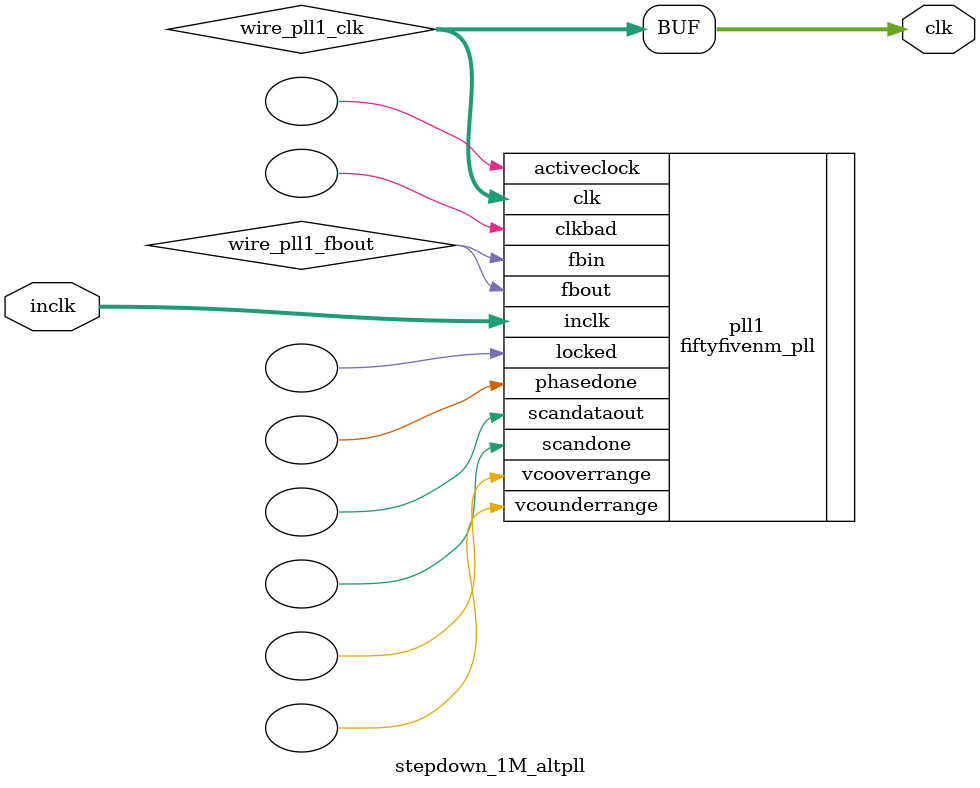
<source format=v>






//synthesis_resources = fiftyfivenm_pll 1 
//synopsys translate_off
`timescale 1 ps / 1 ps
//synopsys translate_on
module  stepdown_1M_altpll
	( 
	clk,
	inclk) /* synthesis synthesis_clearbox=1 */;
	output   [4:0]  clk;
	input   [1:0]  inclk;
`ifndef ALTERA_RESERVED_QIS
// synopsys translate_off
`endif
	tri0   [1:0]  inclk;
`ifndef ALTERA_RESERVED_QIS
// synopsys translate_on
`endif

	wire  [4:0]   wire_pll1_clk;
	wire  wire_pll1_fbout;

	fiftyfivenm_pll   pll1
	( 
	.activeclock(),
	.clk(wire_pll1_clk),
	.clkbad(),
	.fbin(wire_pll1_fbout),
	.fbout(wire_pll1_fbout),
	.inclk(inclk),
	.locked(),
	.phasedone(),
	.scandataout(),
	.scandone(),
	.vcooverrange(),
	.vcounderrange()
	`ifndef FORMAL_VERIFICATION
	// synopsys translate_off
	`endif
	,
	.areset(1'b0),
	.clkswitch(1'b0),
	.configupdate(1'b0),
	.pfdena(1'b1),
	.phasecounterselect({3{1'b0}}),
	.phasestep(1'b0),
	.phaseupdown(1'b0),
	.scanclk(1'b0),
	.scanclkena(1'b1),
	.scandata(1'b0)
	`ifndef FORMAL_VERIFICATION
	// synopsys translate_on
	`endif
	);
	defparam
		pll1.bandwidth_type = "auto",
		pll1.clk0_divide_by = 12,
		pll1.clk0_duty_cycle = 50,
		pll1.clk0_multiply_by = 1,
		pll1.clk0_phase_shift = "0",
		pll1.compensate_clock = "clk0",
		pll1.inclk0_input_frequency = 83333,
		pll1.operation_mode = "normal",
		pll1.pll_type = "auto",
		pll1.lpm_type = "fiftyfivenm_pll";
	assign
		clk = {wire_pll1_clk[4:0]};
endmodule //stepdown_1M_altpll
//VALID FILE

</source>
